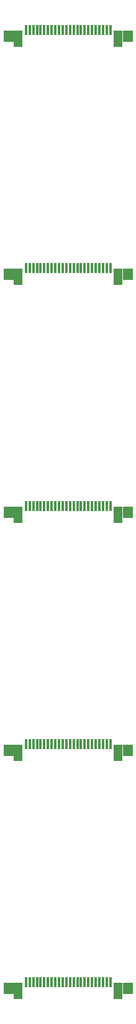
<source format=gbp>
G75*
%MOIN*%
%OFA0B0*%
%FSLAX25Y25*%
%IPPOS*%
%LPD*%
%AMOC8*
5,1,8,0,0,1.08239X$1,22.5*
%
%ADD10R,0.01181X0.05512*%
%ADD11R,0.04921X0.09055*%
%ADD12R,0.05512X0.06299*%
D10*
X0298797Y0047957D03*
X0300766Y0047957D03*
X0302734Y0047957D03*
X0304703Y0047957D03*
X0306671Y0047957D03*
X0308640Y0047957D03*
X0310608Y0047957D03*
X0312577Y0047957D03*
X0314545Y0047957D03*
X0316514Y0047957D03*
X0318482Y0047957D03*
X0320451Y0047957D03*
X0322419Y0047957D03*
X0324388Y0047957D03*
X0326356Y0047957D03*
X0328325Y0047957D03*
X0330293Y0047957D03*
X0332262Y0047957D03*
X0334230Y0047957D03*
X0336199Y0047957D03*
X0338167Y0047957D03*
X0340136Y0047957D03*
X0342104Y0047957D03*
X0344073Y0047957D03*
X0344073Y0174965D03*
X0342104Y0174965D03*
X0340136Y0174965D03*
X0338167Y0174965D03*
X0336199Y0174965D03*
X0334230Y0174965D03*
X0332262Y0174965D03*
X0330293Y0174965D03*
X0328325Y0174965D03*
X0326356Y0174965D03*
X0324388Y0174965D03*
X0322419Y0174965D03*
X0320451Y0174965D03*
X0318482Y0174965D03*
X0316514Y0174965D03*
X0314545Y0174965D03*
X0312577Y0174965D03*
X0310608Y0174965D03*
X0308640Y0174965D03*
X0306671Y0174965D03*
X0304703Y0174965D03*
X0302734Y0174965D03*
X0300766Y0174965D03*
X0298797Y0174965D03*
X0298797Y0301972D03*
X0300766Y0301972D03*
X0302734Y0301972D03*
X0304703Y0301972D03*
X0306671Y0301972D03*
X0308640Y0301972D03*
X0310608Y0301972D03*
X0312577Y0301972D03*
X0314545Y0301972D03*
X0316514Y0301972D03*
X0318482Y0301972D03*
X0320451Y0301972D03*
X0322419Y0301972D03*
X0324388Y0301972D03*
X0326356Y0301972D03*
X0328325Y0301972D03*
X0330293Y0301972D03*
X0332262Y0301972D03*
X0334230Y0301972D03*
X0336199Y0301972D03*
X0338167Y0301972D03*
X0340136Y0301972D03*
X0342104Y0301972D03*
X0344073Y0301972D03*
X0344073Y0428980D03*
X0342104Y0428980D03*
X0340136Y0428980D03*
X0338167Y0428980D03*
X0336199Y0428980D03*
X0334230Y0428980D03*
X0332262Y0428980D03*
X0330293Y0428980D03*
X0328325Y0428980D03*
X0326356Y0428980D03*
X0324388Y0428980D03*
X0322419Y0428980D03*
X0320451Y0428980D03*
X0318482Y0428980D03*
X0316514Y0428980D03*
X0314545Y0428980D03*
X0312577Y0428980D03*
X0310608Y0428980D03*
X0308640Y0428980D03*
X0306671Y0428980D03*
X0304703Y0428980D03*
X0302734Y0428980D03*
X0300766Y0428980D03*
X0298797Y0428980D03*
X0298797Y0555988D03*
X0300766Y0555988D03*
X0302734Y0555988D03*
X0304703Y0555988D03*
X0306671Y0555988D03*
X0308640Y0555988D03*
X0310608Y0555988D03*
X0312577Y0555988D03*
X0314545Y0555988D03*
X0316514Y0555988D03*
X0318482Y0555988D03*
X0320451Y0555988D03*
X0322419Y0555988D03*
X0324388Y0555988D03*
X0326356Y0555988D03*
X0328325Y0555988D03*
X0330293Y0555988D03*
X0332262Y0555988D03*
X0334230Y0555988D03*
X0336199Y0555988D03*
X0338167Y0555988D03*
X0340136Y0555988D03*
X0342104Y0555988D03*
X0344073Y0555988D03*
D11*
X0348305Y0551067D03*
X0294565Y0551067D03*
X0294565Y0424059D03*
X0348305Y0424059D03*
X0348305Y0297051D03*
X0294565Y0297051D03*
X0294565Y0170043D03*
X0348305Y0170043D03*
X0348305Y0043035D03*
X0294565Y0043035D03*
D12*
X0289348Y0044413D03*
X0353522Y0044413D03*
X0353522Y0171421D03*
X0289348Y0171421D03*
X0289348Y0298429D03*
X0353522Y0298429D03*
X0353522Y0425437D03*
X0289348Y0425437D03*
X0289348Y0552445D03*
X0353522Y0552445D03*
M02*

</source>
